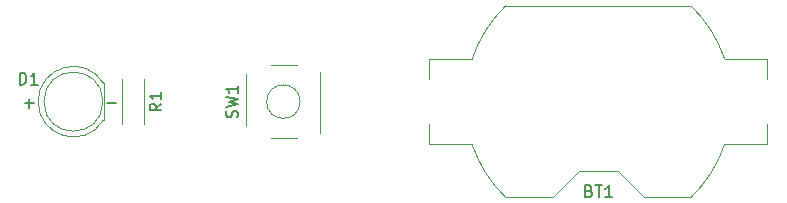
<source format=gto>
%TF.GenerationSoftware,KiCad,Pcbnew,7.0.7-7.0.7~ubuntu22.04.1*%
%TF.CreationDate,2023-10-30T13:20:32-04:00*%
%TF.ProjectId,kicad_led_torch,6b696361-645f-46c6-9564-5f746f726368,0.1*%
%TF.SameCoordinates,Original*%
%TF.FileFunction,Legend,Top*%
%TF.FilePolarity,Positive*%
%FSLAX46Y46*%
G04 Gerber Fmt 4.6, Leading zero omitted, Abs format (unit mm)*
G04 Created by KiCad (PCBNEW 7.0.7-7.0.7~ubuntu22.04.1) date 2023-10-30 13:20:32*
%MOMM*%
%LPD*%
G01*
G04 APERTURE LIST*
%ADD10C,0.150000*%
%ADD11C,0.120000*%
G04 APERTURE END LIST*
D10*
X122891779Y-94103866D02*
X123653684Y-94103866D01*
X115906779Y-94103866D02*
X116668684Y-94103866D01*
X116287731Y-94484819D02*
X116287731Y-93722914D01*
X163679285Y-101531009D02*
X163822142Y-101578628D01*
X163822142Y-101578628D02*
X163869761Y-101626247D01*
X163869761Y-101626247D02*
X163917380Y-101721485D01*
X163917380Y-101721485D02*
X163917380Y-101864342D01*
X163917380Y-101864342D02*
X163869761Y-101959580D01*
X163869761Y-101959580D02*
X163822142Y-102007200D01*
X163822142Y-102007200D02*
X163726904Y-102054819D01*
X163726904Y-102054819D02*
X163345952Y-102054819D01*
X163345952Y-102054819D02*
X163345952Y-101054819D01*
X163345952Y-101054819D02*
X163679285Y-101054819D01*
X163679285Y-101054819D02*
X163774523Y-101102438D01*
X163774523Y-101102438D02*
X163822142Y-101150057D01*
X163822142Y-101150057D02*
X163869761Y-101245295D01*
X163869761Y-101245295D02*
X163869761Y-101340533D01*
X163869761Y-101340533D02*
X163822142Y-101435771D01*
X163822142Y-101435771D02*
X163774523Y-101483390D01*
X163774523Y-101483390D02*
X163679285Y-101531009D01*
X163679285Y-101531009D02*
X163345952Y-101531009D01*
X164203095Y-101054819D02*
X164774523Y-101054819D01*
X164488809Y-102054819D02*
X164488809Y-101054819D01*
X165631666Y-102054819D02*
X165060238Y-102054819D01*
X165345952Y-102054819D02*
X165345952Y-101054819D01*
X165345952Y-101054819D02*
X165250714Y-101197676D01*
X165250714Y-101197676D02*
X165155476Y-101292914D01*
X165155476Y-101292914D02*
X165060238Y-101340533D01*
X133902200Y-95313332D02*
X133949819Y-95170475D01*
X133949819Y-95170475D02*
X133949819Y-94932380D01*
X133949819Y-94932380D02*
X133902200Y-94837142D01*
X133902200Y-94837142D02*
X133854580Y-94789523D01*
X133854580Y-94789523D02*
X133759342Y-94741904D01*
X133759342Y-94741904D02*
X133664104Y-94741904D01*
X133664104Y-94741904D02*
X133568866Y-94789523D01*
X133568866Y-94789523D02*
X133521247Y-94837142D01*
X133521247Y-94837142D02*
X133473628Y-94932380D01*
X133473628Y-94932380D02*
X133426009Y-95122856D01*
X133426009Y-95122856D02*
X133378390Y-95218094D01*
X133378390Y-95218094D02*
X133330771Y-95265713D01*
X133330771Y-95265713D02*
X133235533Y-95313332D01*
X133235533Y-95313332D02*
X133140295Y-95313332D01*
X133140295Y-95313332D02*
X133045057Y-95265713D01*
X133045057Y-95265713D02*
X132997438Y-95218094D01*
X132997438Y-95218094D02*
X132949819Y-95122856D01*
X132949819Y-95122856D02*
X132949819Y-94884761D01*
X132949819Y-94884761D02*
X132997438Y-94741904D01*
X132949819Y-94408570D02*
X133949819Y-94170475D01*
X133949819Y-94170475D02*
X133235533Y-93979999D01*
X133235533Y-93979999D02*
X133949819Y-93789523D01*
X133949819Y-93789523D02*
X132949819Y-93551428D01*
X133949819Y-92646666D02*
X133949819Y-93218094D01*
X133949819Y-92932380D02*
X132949819Y-92932380D01*
X132949819Y-92932380D02*
X133092676Y-93027618D01*
X133092676Y-93027618D02*
X133187914Y-93122856D01*
X133187914Y-93122856D02*
X133235533Y-93218094D01*
X127469819Y-94146666D02*
X126993628Y-94479999D01*
X127469819Y-94718094D02*
X126469819Y-94718094D01*
X126469819Y-94718094D02*
X126469819Y-94337142D01*
X126469819Y-94337142D02*
X126517438Y-94241904D01*
X126517438Y-94241904D02*
X126565057Y-94194285D01*
X126565057Y-94194285D02*
X126660295Y-94146666D01*
X126660295Y-94146666D02*
X126803152Y-94146666D01*
X126803152Y-94146666D02*
X126898390Y-94194285D01*
X126898390Y-94194285D02*
X126946009Y-94241904D01*
X126946009Y-94241904D02*
X126993628Y-94337142D01*
X126993628Y-94337142D02*
X126993628Y-94718094D01*
X127469819Y-93194285D02*
X127469819Y-93765713D01*
X127469819Y-93479999D02*
X126469819Y-93479999D01*
X126469819Y-93479999D02*
X126612676Y-93575237D01*
X126612676Y-93575237D02*
X126707914Y-93670475D01*
X126707914Y-93670475D02*
X126755533Y-93765713D01*
X115466905Y-92529819D02*
X115466905Y-91529819D01*
X115466905Y-91529819D02*
X115705000Y-91529819D01*
X115705000Y-91529819D02*
X115847857Y-91577438D01*
X115847857Y-91577438D02*
X115943095Y-91672676D01*
X115943095Y-91672676D02*
X115990714Y-91767914D01*
X115990714Y-91767914D02*
X116038333Y-91958390D01*
X116038333Y-91958390D02*
X116038333Y-92101247D01*
X116038333Y-92101247D02*
X115990714Y-92291723D01*
X115990714Y-92291723D02*
X115943095Y-92386961D01*
X115943095Y-92386961D02*
X115847857Y-92482200D01*
X115847857Y-92482200D02*
X115705000Y-92529819D01*
X115705000Y-92529819D02*
X115466905Y-92529819D01*
X116990714Y-92529819D02*
X116419286Y-92529819D01*
X116705000Y-92529819D02*
X116705000Y-91529819D01*
X116705000Y-91529819D02*
X116609762Y-91672676D01*
X116609762Y-91672676D02*
X116514524Y-91767914D01*
X116514524Y-91767914D02*
X116419286Y-91815533D01*
D11*
%TO.C,BT1*%
X150155000Y-90370000D02*
X153773000Y-90370000D01*
X150155000Y-92080000D02*
X150155000Y-90370000D01*
X150155000Y-95880000D02*
X150155000Y-97590000D01*
X153773000Y-97590000D02*
X150155000Y-97590000D01*
X156617700Y-85870000D02*
X172312300Y-85870000D01*
X160605000Y-102090000D02*
X156617700Y-102090000D01*
X162805000Y-99890000D02*
X160605000Y-102090000D01*
X166125000Y-99890000D02*
X162805000Y-99890000D01*
X166125000Y-99890000D02*
X168325000Y-102090000D01*
X172312300Y-102090000D02*
X168325000Y-102090000D01*
X175157000Y-90370000D02*
X178775000Y-90370000D01*
X178775000Y-92080000D02*
X178775000Y-90370000D01*
X178775000Y-95880000D02*
X178775000Y-97590000D01*
X178775000Y-97590000D02*
X175157000Y-97590000D01*
X156619629Y-85868211D02*
G75*
G03*
X153773001Y-90370000I7845391J-8111799D01*
G01*
X153773000Y-97590000D02*
G75*
G03*
X156619629Y-102091789I10691995J3609996D01*
G01*
X175157000Y-90370000D02*
G75*
G03*
X172310371Y-85868211I-10692000J-3610000D01*
G01*
X172310371Y-102091789D02*
G75*
G03*
X175157000Y-97590000I-7845391J8111801D01*
G01*
%TO.C,SW1*%
X138945000Y-97100000D02*
X136745000Y-97100000D01*
X140915000Y-96630000D02*
X140915000Y-91430000D01*
X134675000Y-96030000D02*
X134675000Y-91630000D01*
X136745000Y-90860000D02*
X138945000Y-90860000D01*
X139209214Y-93980000D02*
G75*
G03*
X139209214Y-93980000I-1414214J0D01*
G01*
%TO.C,R1*%
X124175000Y-92060000D02*
X124175000Y-95900000D01*
X126015000Y-92060000D02*
X126015000Y-95900000D01*
%TO.C,D1*%
X122580000Y-95525000D02*
X122580000Y-92435000D01*
X117030001Y-93979538D02*
G75*
G03*
X122579999Y-95524830I2989999J-462D01*
G01*
X122580000Y-92435170D02*
G75*
G03*
X117030000Y-93980462I-2560000J-1544830D01*
G01*
X122520000Y-93980000D02*
G75*
G03*
X122520000Y-93980000I-2500000J0D01*
G01*
%TD*%
M02*

</source>
